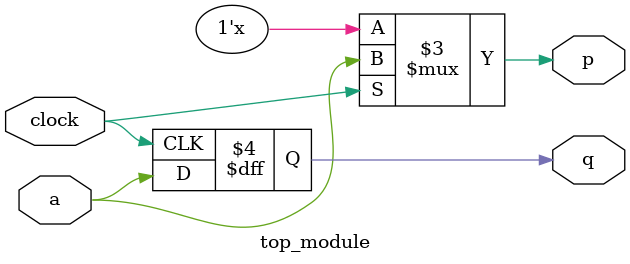
<source format=v>
module top_module (
    input clock,
    input a,
    output p,
    output q );
    
    always @(negedge clock)
        q <= a;
    
    always @(clock)
        p <= clock ? a : p;

endmodule

</source>
